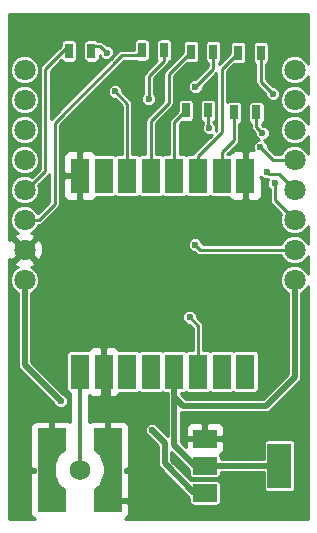
<source format=gtl>
G04 #@! TF.FileFunction,Copper,L1,Top,Signal*
%FSLAX46Y46*%
G04 Gerber Fmt 4.6, Leading zero omitted, Abs format (unit mm)*
G04 Created by KiCad (PCBNEW 4.0.6) date Tuesday, October 17, 2017 'PMt' 10:40:20 PM*
%MOMM*%
%LPD*%
G01*
G04 APERTURE LIST*
%ADD10C,0.100000*%
%ADD11C,1.800000*%
%ADD12R,2.350000X1.910000*%
%ADD13R,1.510000X7.110000*%
%ADD14C,1.730000*%
%ADD15R,0.700000X1.300000*%
%ADD16R,1.600000X3.000000*%
%ADD17R,2.000000X3.800000*%
%ADD18R,2.000000X1.500000*%
%ADD19C,0.600000*%
%ADD20C,0.349579*%
%ADD21C,0.250000*%
%ADD22C,0.500000*%
%ADD23C,0.254000*%
G04 APERTURE END LIST*
D10*
D11*
X151927694Y-116227500D03*
X151927694Y-118767500D03*
X151927694Y-121307500D03*
X151927694Y-123847500D03*
X151927694Y-126387500D03*
X151927694Y-128927500D03*
X151927694Y-131467500D03*
X151927694Y-134007500D03*
X174787694Y-134007500D03*
X174787694Y-131467500D03*
X174787694Y-128927500D03*
X174787694Y-126387500D03*
X174787694Y-123847500D03*
X174787694Y-121307500D03*
X174787694Y-118767500D03*
X174787694Y-116227500D03*
D10*
G36*
X153399134Y-150195317D02*
X154338826Y-149853297D01*
X155022866Y-151732683D01*
X154083174Y-152074703D01*
X153399134Y-150195317D01*
X153399134Y-150195317D01*
G37*
G36*
X154083174Y-148153297D02*
X155022866Y-148495317D01*
X154338826Y-150374703D01*
X153399134Y-150032683D01*
X154083174Y-148153297D01*
X154083174Y-148153297D01*
G37*
G36*
X158843174Y-149853297D02*
X159782866Y-150195317D01*
X159098826Y-152074703D01*
X158159134Y-151732683D01*
X158843174Y-149853297D01*
X158843174Y-149853297D01*
G37*
G36*
X158159134Y-148495317D02*
X159098826Y-148153297D01*
X159782866Y-150032683D01*
X158843174Y-150374703D01*
X158159134Y-148495317D01*
X158159134Y-148495317D01*
G37*
G36*
X154298281Y-151499117D02*
X154619675Y-151116095D01*
X155385719Y-151758883D01*
X155064325Y-152141905D01*
X154298281Y-151499117D01*
X154298281Y-151499117D01*
G37*
G36*
X155064325Y-148086095D02*
X155385719Y-148469117D01*
X154619675Y-149111905D01*
X154298281Y-148728883D01*
X155064325Y-148086095D01*
X155064325Y-148086095D01*
G37*
G36*
X158562325Y-151116095D02*
X158883719Y-151499117D01*
X158117675Y-152141905D01*
X157796281Y-151758883D01*
X158562325Y-151116095D01*
X158562325Y-151116095D01*
G37*
G36*
X157796281Y-148469117D02*
X158117675Y-148086095D01*
X158883719Y-148728883D01*
X158562325Y-149111905D01*
X157796281Y-148469117D01*
X157796281Y-148469117D01*
G37*
D12*
X154211000Y-152714000D03*
D13*
X153791000Y-150114000D03*
D12*
X154211000Y-147514000D03*
X158971000Y-152714000D03*
D14*
X156591000Y-150114000D03*
D13*
X159391000Y-150114000D03*
D12*
X158971000Y-147514000D03*
D15*
X161838600Y-114554000D03*
X163738600Y-114554000D03*
X155681600Y-114630200D03*
X157581600Y-114630200D03*
X167904200Y-114681000D03*
X166004200Y-114681000D03*
X167459700Y-119659400D03*
X165559700Y-119659400D03*
X171549100Y-119837200D03*
X169649100Y-119837200D03*
X171904700Y-114769900D03*
X170004700Y-114769900D03*
D16*
X170601400Y-141789700D03*
X170601400Y-125189700D03*
X168601400Y-141789700D03*
X168601400Y-125189700D03*
X166601400Y-141789700D03*
X166601400Y-125189700D03*
X164601400Y-141789700D03*
X164601400Y-125189700D03*
X162601400Y-141789700D03*
X162601400Y-125189700D03*
X160601400Y-141789700D03*
X160601400Y-125189700D03*
X158601400Y-141789700D03*
X158601400Y-125189700D03*
X156601400Y-141789700D03*
X156601400Y-125189700D03*
D17*
X173482400Y-149745700D03*
D18*
X167182400Y-149745700D03*
X167182400Y-152045700D03*
X167182400Y-147445700D03*
D19*
X162420300Y-118681500D03*
X165887400Y-137172700D03*
X158864300Y-114769900D03*
X159575500Y-118059200D03*
X166357300Y-131038600D03*
X166382700Y-117652800D03*
X171881800Y-122770900D03*
X167525700Y-121145300D03*
X172402500Y-124853700D03*
X172059600Y-121577100D03*
X173088300Y-125844300D03*
X172935900Y-118262400D03*
X161404300Y-152908000D03*
X152628600Y-145046700D03*
X170586400Y-127393700D03*
X156552900Y-127965200D03*
X167576500Y-145707100D03*
X162699700Y-146735800D03*
X154978100Y-144259300D03*
D20*
X156591000Y-150114000D02*
X156591000Y-141800100D01*
D21*
X156591000Y-141800100D02*
X156601400Y-141789700D01*
X161399200Y-114993400D02*
X160180000Y-114993400D01*
X154457400Y-127571500D02*
X154457400Y-120716000D01*
X153101400Y-128927500D02*
X154457400Y-127571500D01*
X153101400Y-128927500D02*
X151927694Y-128927500D01*
X160180000Y-114993400D02*
X154457400Y-120716000D01*
X161399200Y-114993400D02*
X161838600Y-114554000D01*
X162420300Y-118681500D02*
X162420300Y-116776500D01*
X163738600Y-115458200D02*
X163738600Y-114554000D01*
X162420300Y-116776500D02*
X163738600Y-115458200D01*
X166601400Y-141789700D02*
X166601400Y-137886700D01*
X162420300Y-118681500D02*
X162481300Y-118620500D01*
X166601400Y-137886700D02*
X165887400Y-137172700D01*
X151927694Y-126387500D02*
X152060000Y-126387500D01*
X152060000Y-126387500D02*
X153670000Y-124777500D01*
X153670000Y-124777500D02*
X153670000Y-116169400D01*
X153670000Y-116169400D02*
X155602900Y-114236500D01*
X160601400Y-125189700D02*
X160601400Y-119085100D01*
X158330900Y-114236500D02*
X157502900Y-114236500D01*
X158864300Y-114769900D02*
X158330900Y-114236500D01*
X160601400Y-119085100D02*
X159575500Y-118059200D01*
X167904200Y-114681000D02*
X167904200Y-116131300D01*
X166786200Y-131467500D02*
X174787694Y-131467500D01*
X166357300Y-131038600D02*
X166786200Y-131467500D01*
X167904200Y-116131300D02*
X166382700Y-117652800D01*
X167904200Y-114681000D02*
X167904200Y-114607300D01*
X162601400Y-125189700D02*
X162601400Y-120545100D01*
X164109400Y-116575800D02*
X166004200Y-114681000D01*
X164109400Y-119037100D02*
X164109400Y-116575800D01*
X162601400Y-120545100D02*
X164109400Y-119037100D01*
X167459700Y-119659400D02*
X167459700Y-121079300D01*
X172958400Y-123847500D02*
X174787694Y-123847500D01*
X171881800Y-122770900D02*
X172958400Y-123847500D01*
X167459700Y-121079300D02*
X167525700Y-121145300D01*
X164601400Y-125189700D02*
X164601400Y-120617700D01*
X164601400Y-120617700D02*
X165559700Y-119659400D01*
X171549100Y-119837200D02*
X171549100Y-121066600D01*
X173444394Y-125044200D02*
X174787694Y-126387500D01*
X172593000Y-125044200D02*
X173444394Y-125044200D01*
X172402500Y-124853700D02*
X172593000Y-125044200D01*
X171549100Y-121066600D02*
X172059600Y-121577100D01*
X168601400Y-125189700D02*
X168601400Y-123206500D01*
X169649100Y-122158800D02*
X169649100Y-119837200D01*
X168601400Y-123206500D02*
X169649100Y-122158800D01*
X171904700Y-114769900D02*
X171904700Y-117231200D01*
X173126400Y-127266206D02*
X174787694Y-128927500D01*
X173126400Y-125882400D02*
X173126400Y-127266206D01*
X173088300Y-125844300D02*
X173126400Y-125882400D01*
X171904700Y-117231200D02*
X172935900Y-118262400D01*
X166601400Y-125189700D02*
X166601400Y-123530100D01*
X168617900Y-116156700D02*
X170004700Y-114769900D01*
X168617900Y-121513600D02*
X168617900Y-116156700D01*
X166601400Y-123530100D02*
X168617900Y-121513600D01*
D22*
X160840000Y-152908000D02*
X161404300Y-152908000D01*
X158971000Y-152714000D02*
X160646000Y-152714000D01*
X160646000Y-152714000D02*
X160840000Y-152908000D01*
X153543000Y-145046700D02*
X152628600Y-145046700D01*
X154211000Y-145714700D02*
X153543000Y-145046700D01*
X154211000Y-149264000D02*
X154211000Y-145714700D01*
X158971000Y-150964000D02*
X158971000Y-142159300D01*
D21*
X158971000Y-142159300D02*
X158601400Y-141789700D01*
X158971000Y-150964000D02*
X158971000Y-152714000D01*
X170586400Y-126954700D02*
X170586400Y-127393700D01*
X170601400Y-125189700D02*
X170601400Y-126939700D01*
X170601400Y-126939700D02*
X170586400Y-126954700D01*
X156552900Y-126988200D02*
X156552900Y-127965200D01*
X156601400Y-125189700D02*
X156601400Y-126939700D01*
X156601400Y-126939700D02*
X156552900Y-126988200D01*
X167182400Y-147445700D02*
X167182400Y-146101200D01*
X167182400Y-146101200D02*
X167576500Y-145707100D01*
X156601400Y-125189700D02*
X156601400Y-126426200D01*
D22*
X167182400Y-149745700D02*
X173482400Y-149745700D01*
D21*
X167182400Y-149745700D02*
X166331900Y-149745700D01*
D22*
X166331900Y-149745700D02*
X164601400Y-148015200D01*
X164601400Y-148015200D02*
X164601400Y-141789700D01*
D21*
X164601400Y-141789700D02*
X164601400Y-143951200D01*
D22*
X174787694Y-142242406D02*
X174787694Y-134007500D01*
X172364400Y-144665700D02*
X174787694Y-142242406D01*
X165315900Y-144665700D02*
X172364400Y-144665700D01*
X164601400Y-143951200D02*
X165315900Y-144665700D01*
X162699700Y-146735800D02*
X163779200Y-147815300D01*
X163779200Y-147815300D02*
X163779200Y-149555200D01*
X163779200Y-149555200D02*
X166269700Y-152045700D01*
X166269700Y-152045700D02*
X167182400Y-152045700D01*
X151927694Y-134007500D02*
X151927694Y-141208894D01*
X151927694Y-141208894D02*
X154978100Y-144259300D01*
D23*
G36*
X175895600Y-115695763D02*
X175828500Y-115533369D01*
X175483641Y-115187907D01*
X175032830Y-115000714D01*
X174544699Y-115000288D01*
X174093563Y-115186694D01*
X173748101Y-115531553D01*
X173560908Y-115982364D01*
X173560482Y-116470495D01*
X173746888Y-116921631D01*
X174091747Y-117267093D01*
X174542558Y-117454286D01*
X175030689Y-117454712D01*
X175481825Y-117268306D01*
X175827287Y-116923447D01*
X175895600Y-116758931D01*
X175895600Y-118235763D01*
X175828500Y-118073369D01*
X175483641Y-117727907D01*
X175032830Y-117540714D01*
X174544699Y-117540288D01*
X174093563Y-117726694D01*
X173748101Y-118071553D01*
X173560908Y-118522364D01*
X173560482Y-119010495D01*
X173746888Y-119461631D01*
X174091747Y-119807093D01*
X174542558Y-119994286D01*
X175030689Y-119994712D01*
X175481825Y-119808306D01*
X175827287Y-119463447D01*
X175895600Y-119298931D01*
X175895600Y-120775763D01*
X175828500Y-120613369D01*
X175483641Y-120267907D01*
X175032830Y-120080714D01*
X174544699Y-120080288D01*
X174093563Y-120266694D01*
X173748101Y-120611553D01*
X173560908Y-121062364D01*
X173560482Y-121550495D01*
X173746888Y-122001631D01*
X174091747Y-122347093D01*
X174542558Y-122534286D01*
X175030689Y-122534712D01*
X175481825Y-122348306D01*
X175827287Y-122003447D01*
X175895600Y-121838931D01*
X175895600Y-123315763D01*
X175828500Y-123153369D01*
X175483641Y-122807907D01*
X175032830Y-122620714D01*
X174544699Y-122620288D01*
X174093563Y-122806694D01*
X173748101Y-123151553D01*
X173646805Y-123395500D01*
X173145624Y-123395500D01*
X172508811Y-122758687D01*
X172508909Y-122646729D01*
X172413655Y-122416197D01*
X172237431Y-122239665D01*
X172151976Y-122204181D01*
X172183771Y-122204209D01*
X172414303Y-122108955D01*
X172590835Y-121932731D01*
X172686491Y-121702365D01*
X172686709Y-121452929D01*
X172591455Y-121222397D01*
X172415231Y-121045865D01*
X172184865Y-120950209D01*
X172071834Y-120950110D01*
X172001100Y-120879376D01*
X172001100Y-120801414D01*
X172020279Y-120797805D01*
X172131574Y-120726188D01*
X172206238Y-120616914D01*
X172232506Y-120487200D01*
X172232506Y-119187200D01*
X172209705Y-119066021D01*
X172138088Y-118954726D01*
X172028814Y-118880062D01*
X171899100Y-118853794D01*
X171199100Y-118853794D01*
X171077921Y-118876595D01*
X170966626Y-118948212D01*
X170891962Y-119057486D01*
X170865694Y-119187200D01*
X170865694Y-120487200D01*
X170888495Y-120608379D01*
X170960112Y-120719674D01*
X171069386Y-120794338D01*
X171097100Y-120799950D01*
X171097100Y-121066600D01*
X171131506Y-121239573D01*
X171229488Y-121386212D01*
X171432589Y-121589313D01*
X171432491Y-121701271D01*
X171527745Y-121931803D01*
X171703969Y-122108335D01*
X171789424Y-122143819D01*
X171757629Y-122143791D01*
X171527097Y-122239045D01*
X171350565Y-122415269D01*
X171254909Y-122645635D01*
X171254691Y-122895071D01*
X171320648Y-123054700D01*
X170887150Y-123054700D01*
X170728400Y-123213450D01*
X170728400Y-125062700D01*
X170748400Y-125062700D01*
X170748400Y-125316700D01*
X170728400Y-125316700D01*
X170728400Y-127165950D01*
X170887150Y-127324700D01*
X171527709Y-127324700D01*
X171761098Y-127228027D01*
X171939727Y-127049399D01*
X172036400Y-126816010D01*
X172036400Y-125475450D01*
X171877652Y-125316702D01*
X171978755Y-125316702D01*
X172046869Y-125384935D01*
X172277235Y-125480591D01*
X172515574Y-125480799D01*
X172556918Y-125489023D01*
X172461409Y-125719035D01*
X172461191Y-125968471D01*
X172556445Y-126199003D01*
X172674400Y-126317164D01*
X172674400Y-127266206D01*
X172708806Y-127439179D01*
X172806788Y-127585818D01*
X173661377Y-128440408D01*
X173560908Y-128682364D01*
X173560482Y-129170495D01*
X173746888Y-129621631D01*
X174091747Y-129967093D01*
X174542558Y-130154286D01*
X175030689Y-130154712D01*
X175481825Y-129968306D01*
X175827287Y-129623447D01*
X175895600Y-129458931D01*
X175895600Y-130935763D01*
X175828500Y-130773369D01*
X175483641Y-130427907D01*
X175032830Y-130240714D01*
X174544699Y-130240288D01*
X174093563Y-130426694D01*
X173748101Y-130771553D01*
X173646805Y-131015500D01*
X166984321Y-131015500D01*
X166984409Y-130914429D01*
X166889155Y-130683897D01*
X166712931Y-130507365D01*
X166482565Y-130411709D01*
X166233129Y-130411491D01*
X166002597Y-130506745D01*
X165826065Y-130682969D01*
X165730409Y-130913335D01*
X165730191Y-131162771D01*
X165825445Y-131393303D01*
X166001669Y-131569835D01*
X166232035Y-131665491D01*
X166345066Y-131665590D01*
X166466588Y-131787112D01*
X166613227Y-131885094D01*
X166786200Y-131919500D01*
X173646841Y-131919500D01*
X173746888Y-132161631D01*
X174091747Y-132507093D01*
X174542558Y-132694286D01*
X175030689Y-132694712D01*
X175481825Y-132508306D01*
X175827287Y-132163447D01*
X175895600Y-131998931D01*
X175895600Y-133475763D01*
X175828500Y-133313369D01*
X175483641Y-132967907D01*
X175032830Y-132780714D01*
X174544699Y-132780288D01*
X174093563Y-132966694D01*
X173748101Y-133311553D01*
X173560908Y-133762364D01*
X173560482Y-134250495D01*
X173746888Y-134701631D01*
X174091747Y-135047093D01*
X174210694Y-135096484D01*
X174210694Y-142003405D01*
X172125398Y-144088700D01*
X165554901Y-144088700D01*
X165178400Y-143712198D01*
X165178400Y-143623106D01*
X165401400Y-143623106D01*
X165522579Y-143600305D01*
X165601981Y-143549211D01*
X165671686Y-143596838D01*
X165801400Y-143623106D01*
X167401400Y-143623106D01*
X167522579Y-143600305D01*
X167601981Y-143549211D01*
X167671686Y-143596838D01*
X167801400Y-143623106D01*
X169401400Y-143623106D01*
X169522579Y-143600305D01*
X169601981Y-143549211D01*
X169671686Y-143596838D01*
X169801400Y-143623106D01*
X171401400Y-143623106D01*
X171522579Y-143600305D01*
X171633874Y-143528688D01*
X171708538Y-143419414D01*
X171734806Y-143289700D01*
X171734806Y-140289700D01*
X171712005Y-140168521D01*
X171640388Y-140057226D01*
X171531114Y-139982562D01*
X171401400Y-139956294D01*
X169801400Y-139956294D01*
X169680221Y-139979095D01*
X169600819Y-140030189D01*
X169531114Y-139982562D01*
X169401400Y-139956294D01*
X167801400Y-139956294D01*
X167680221Y-139979095D01*
X167600819Y-140030189D01*
X167531114Y-139982562D01*
X167401400Y-139956294D01*
X167053400Y-139956294D01*
X167053400Y-137886700D01*
X167018994Y-137713727D01*
X167018994Y-137713726D01*
X166921012Y-137567087D01*
X166514411Y-137160487D01*
X166514509Y-137048529D01*
X166419255Y-136817997D01*
X166243031Y-136641465D01*
X166012665Y-136545809D01*
X165763229Y-136545591D01*
X165532697Y-136640845D01*
X165356165Y-136817069D01*
X165260509Y-137047435D01*
X165260291Y-137296871D01*
X165355545Y-137527403D01*
X165531769Y-137703935D01*
X165762135Y-137799591D01*
X165875165Y-137799690D01*
X166149400Y-138073925D01*
X166149400Y-139956294D01*
X165801400Y-139956294D01*
X165680221Y-139979095D01*
X165600819Y-140030189D01*
X165531114Y-139982562D01*
X165401400Y-139956294D01*
X163801400Y-139956294D01*
X163680221Y-139979095D01*
X163600819Y-140030189D01*
X163531114Y-139982562D01*
X163401400Y-139956294D01*
X161801400Y-139956294D01*
X161680221Y-139979095D01*
X161600819Y-140030189D01*
X161531114Y-139982562D01*
X161401400Y-139956294D01*
X159950618Y-139956294D01*
X159939727Y-139930001D01*
X159761098Y-139751373D01*
X159527709Y-139654700D01*
X158887150Y-139654700D01*
X158728400Y-139813450D01*
X158728400Y-141662700D01*
X158748400Y-141662700D01*
X158748400Y-141916700D01*
X158728400Y-141916700D01*
X158728400Y-143765950D01*
X158887150Y-143924700D01*
X159527709Y-143924700D01*
X159761098Y-143828027D01*
X159939727Y-143649399D01*
X159950618Y-143623106D01*
X161401400Y-143623106D01*
X161522579Y-143600305D01*
X161601981Y-143549211D01*
X161671686Y-143596838D01*
X161801400Y-143623106D01*
X163401400Y-143623106D01*
X163522579Y-143600305D01*
X163601981Y-143549211D01*
X163671686Y-143596838D01*
X163801400Y-143623106D01*
X164024400Y-143623106D01*
X164024400Y-143951195D01*
X164024399Y-143951200D01*
X164024400Y-143951205D01*
X164024400Y-147244499D01*
X163281236Y-146501334D01*
X163231555Y-146381097D01*
X163055331Y-146204565D01*
X162824965Y-146108909D01*
X162575529Y-146108691D01*
X162344997Y-146203945D01*
X162168465Y-146380169D01*
X162072809Y-146610535D01*
X162072591Y-146859971D01*
X162167845Y-147090503D01*
X162344069Y-147267035D01*
X162465253Y-147317355D01*
X163202200Y-148054301D01*
X163202200Y-149555195D01*
X163202199Y-149555200D01*
X163246122Y-149776008D01*
X163371199Y-149963201D01*
X165848994Y-152440996D01*
X165848994Y-152795700D01*
X165871795Y-152916879D01*
X165943412Y-153028174D01*
X166052686Y-153102838D01*
X166182400Y-153129106D01*
X168182400Y-153129106D01*
X168303579Y-153106305D01*
X168414874Y-153034688D01*
X168489538Y-152925414D01*
X168515806Y-152795700D01*
X168515806Y-151295700D01*
X168493005Y-151174521D01*
X168421388Y-151063226D01*
X168312114Y-150988562D01*
X168182400Y-150962294D01*
X166182400Y-150962294D01*
X166061221Y-150985095D01*
X166039241Y-150999239D01*
X164356200Y-149316198D01*
X164356200Y-148586002D01*
X165848994Y-150078795D01*
X165848994Y-150495700D01*
X165871795Y-150616879D01*
X165943412Y-150728174D01*
X166052686Y-150802838D01*
X166182400Y-150829106D01*
X168182400Y-150829106D01*
X168303579Y-150806305D01*
X168414874Y-150734688D01*
X168489538Y-150625414D01*
X168515806Y-150495700D01*
X168515806Y-150322700D01*
X172148994Y-150322700D01*
X172148994Y-151645700D01*
X172171795Y-151766879D01*
X172243412Y-151878174D01*
X172352686Y-151952838D01*
X172482400Y-151979106D01*
X174482400Y-151979106D01*
X174603579Y-151956305D01*
X174714874Y-151884688D01*
X174789538Y-151775414D01*
X174815806Y-151645700D01*
X174815806Y-147845700D01*
X174793005Y-147724521D01*
X174721388Y-147613226D01*
X174612114Y-147538562D01*
X174482400Y-147512294D01*
X172482400Y-147512294D01*
X172361221Y-147535095D01*
X172249926Y-147606712D01*
X172175262Y-147715986D01*
X172148994Y-147845700D01*
X172148994Y-149168700D01*
X168515806Y-149168700D01*
X168515806Y-148995700D01*
X168493005Y-148874521D01*
X168431956Y-148779649D01*
X168542098Y-148734027D01*
X168720727Y-148555399D01*
X168817400Y-148322010D01*
X168817400Y-147731450D01*
X168658650Y-147572700D01*
X167309400Y-147572700D01*
X167309400Y-147592700D01*
X167055400Y-147592700D01*
X167055400Y-147572700D01*
X165706150Y-147572700D01*
X165547400Y-147731450D01*
X165547400Y-148145198D01*
X165178400Y-147776198D01*
X165178400Y-146569390D01*
X165547400Y-146569390D01*
X165547400Y-147159950D01*
X165706150Y-147318700D01*
X167055400Y-147318700D01*
X167055400Y-146219450D01*
X167309400Y-146219450D01*
X167309400Y-147318700D01*
X168658650Y-147318700D01*
X168817400Y-147159950D01*
X168817400Y-146569390D01*
X168720727Y-146336001D01*
X168542098Y-146157373D01*
X168308709Y-146060700D01*
X167468150Y-146060700D01*
X167309400Y-146219450D01*
X167055400Y-146219450D01*
X166896650Y-146060700D01*
X166056091Y-146060700D01*
X165822702Y-146157373D01*
X165644073Y-146336001D01*
X165547400Y-146569390D01*
X165178400Y-146569390D01*
X165178400Y-145215350D01*
X165315900Y-145242701D01*
X165315905Y-145242700D01*
X172364395Y-145242700D01*
X172364400Y-145242701D01*
X172585208Y-145198778D01*
X172772401Y-145073701D01*
X175195692Y-142650409D01*
X175195695Y-142650407D01*
X175320772Y-142463214D01*
X175364694Y-142242406D01*
X175364694Y-135096704D01*
X175481825Y-135048306D01*
X175827287Y-134703447D01*
X175895600Y-134538931D01*
X175895600Y-154242700D01*
X160420300Y-154242700D01*
X160505698Y-154207327D01*
X160684327Y-154028699D01*
X160781000Y-153795310D01*
X160781000Y-150399750D01*
X160622250Y-150241000D01*
X160420465Y-150241000D01*
X160414920Y-150114000D01*
X160420465Y-149987000D01*
X160622250Y-149987000D01*
X160781000Y-149828250D01*
X160781000Y-146432690D01*
X160684327Y-146199301D01*
X160505698Y-146020673D01*
X160272309Y-145924000D01*
X159256750Y-145924000D01*
X159181000Y-145999750D01*
X159105250Y-145924000D01*
X157669691Y-145924000D01*
X157436302Y-146020673D01*
X157410500Y-146046475D01*
X157410500Y-143796825D01*
X157441702Y-143828027D01*
X157675091Y-143924700D01*
X158315650Y-143924700D01*
X158474400Y-143765950D01*
X158474400Y-141916700D01*
X158454400Y-141916700D01*
X158454400Y-141662700D01*
X158474400Y-141662700D01*
X158474400Y-139813450D01*
X158315650Y-139654700D01*
X157675091Y-139654700D01*
X157441702Y-139751373D01*
X157263073Y-139930001D01*
X157252182Y-139956294D01*
X155801400Y-139956294D01*
X155680221Y-139979095D01*
X155568926Y-140050712D01*
X155494262Y-140159986D01*
X155467994Y-140289700D01*
X155467994Y-143289700D01*
X155490795Y-143410879D01*
X155562412Y-143522174D01*
X155671686Y-143596838D01*
X155771400Y-143617031D01*
X155771400Y-146046375D01*
X155745698Y-146020673D01*
X155512309Y-145924000D01*
X154076750Y-145924000D01*
X154001000Y-145999750D01*
X153925250Y-145924000D01*
X152909691Y-145924000D01*
X152676302Y-146020673D01*
X152497673Y-146199301D01*
X152401000Y-146432690D01*
X152401000Y-149828250D01*
X152559750Y-149987000D01*
X152761535Y-149987000D01*
X152767080Y-150114000D01*
X152761535Y-150241000D01*
X152559750Y-150241000D01*
X152401000Y-150399750D01*
X152401000Y-153795310D01*
X152497673Y-154028699D01*
X152676302Y-154207327D01*
X152761700Y-154242700D01*
X150604400Y-154242700D01*
X150604400Y-134250495D01*
X150700482Y-134250495D01*
X150886888Y-134701631D01*
X151231747Y-135047093D01*
X151350694Y-135096484D01*
X151350694Y-141208889D01*
X151350693Y-141208894D01*
X151394616Y-141429702D01*
X151519693Y-141616895D01*
X154396563Y-144493764D01*
X154446245Y-144614003D01*
X154622469Y-144790535D01*
X154852835Y-144886191D01*
X155102271Y-144886409D01*
X155332803Y-144791155D01*
X155509335Y-144614931D01*
X155604991Y-144384565D01*
X155605209Y-144135129D01*
X155509955Y-143904597D01*
X155333731Y-143728065D01*
X155212546Y-143677745D01*
X152504694Y-140969892D01*
X152504694Y-135096704D01*
X152621825Y-135048306D01*
X152967287Y-134703447D01*
X153154480Y-134252636D01*
X153154906Y-133764505D01*
X152968500Y-133313369D01*
X152623641Y-132967907D01*
X152485232Y-132910435D01*
X152741842Y-132804143D01*
X152828248Y-132547659D01*
X151927694Y-131647105D01*
X151027140Y-132547659D01*
X151113546Y-132804143D01*
X151385853Y-132903769D01*
X151233563Y-132966694D01*
X150888101Y-133311553D01*
X150700908Y-133762364D01*
X150700482Y-134250495D01*
X150604400Y-134250495D01*
X150604400Y-132286145D01*
X150847535Y-132368054D01*
X151748089Y-131467500D01*
X152107299Y-131467500D01*
X153007853Y-132368054D01*
X153264337Y-132281648D01*
X153474152Y-131708164D01*
X153448533Y-131098040D01*
X153264337Y-130653352D01*
X153007853Y-130566946D01*
X152107299Y-131467500D01*
X151748089Y-131467500D01*
X150847535Y-130566946D01*
X150604400Y-130648855D01*
X150604400Y-126630495D01*
X150700482Y-126630495D01*
X150886888Y-127081631D01*
X151231747Y-127427093D01*
X151682558Y-127614286D01*
X152170689Y-127614712D01*
X152621825Y-127428306D01*
X152967287Y-127083447D01*
X153154480Y-126632636D01*
X153154906Y-126144505D01*
X153092720Y-125994004D01*
X153989612Y-125097112D01*
X154005400Y-125073484D01*
X154005400Y-127384275D01*
X153023411Y-128366264D01*
X152968500Y-128233369D01*
X152623641Y-127887907D01*
X152172830Y-127700714D01*
X151684699Y-127700288D01*
X151233563Y-127886694D01*
X150888101Y-128231553D01*
X150700908Y-128682364D01*
X150700482Y-129170495D01*
X150886888Y-129621631D01*
X151231747Y-129967093D01*
X151370156Y-130024565D01*
X151113546Y-130130857D01*
X151027140Y-130387341D01*
X151927694Y-131287895D01*
X152828248Y-130387341D01*
X152741842Y-130130857D01*
X152469535Y-130031231D01*
X152621825Y-129968306D01*
X152967287Y-129623447D01*
X153068583Y-129379500D01*
X153101400Y-129379500D01*
X153274373Y-129345094D01*
X153421012Y-129247112D01*
X154777013Y-127891112D01*
X154874994Y-127744473D01*
X154909400Y-127571500D01*
X154909400Y-125475450D01*
X155166400Y-125475450D01*
X155166400Y-126816010D01*
X155263073Y-127049399D01*
X155441702Y-127228027D01*
X155675091Y-127324700D01*
X156315650Y-127324700D01*
X156474400Y-127165950D01*
X156474400Y-125316700D01*
X155325150Y-125316700D01*
X155166400Y-125475450D01*
X154909400Y-125475450D01*
X154909400Y-123563390D01*
X155166400Y-123563390D01*
X155166400Y-124903950D01*
X155325150Y-125062700D01*
X156474400Y-125062700D01*
X156474400Y-123213450D01*
X156728400Y-123213450D01*
X156728400Y-125062700D01*
X156748400Y-125062700D01*
X156748400Y-125316700D01*
X156728400Y-125316700D01*
X156728400Y-127165950D01*
X156887150Y-127324700D01*
X157527709Y-127324700D01*
X157761098Y-127228027D01*
X157939727Y-127049399D01*
X157950618Y-127023106D01*
X159401400Y-127023106D01*
X159522579Y-127000305D01*
X159601981Y-126949211D01*
X159671686Y-126996838D01*
X159801400Y-127023106D01*
X161401400Y-127023106D01*
X161522579Y-127000305D01*
X161601981Y-126949211D01*
X161671686Y-126996838D01*
X161801400Y-127023106D01*
X163401400Y-127023106D01*
X163522579Y-127000305D01*
X163601981Y-126949211D01*
X163671686Y-126996838D01*
X163801400Y-127023106D01*
X165401400Y-127023106D01*
X165522579Y-127000305D01*
X165601981Y-126949211D01*
X165671686Y-126996838D01*
X165801400Y-127023106D01*
X167401400Y-127023106D01*
X167522579Y-127000305D01*
X167601981Y-126949211D01*
X167671686Y-126996838D01*
X167801400Y-127023106D01*
X169252182Y-127023106D01*
X169263073Y-127049399D01*
X169441702Y-127228027D01*
X169675091Y-127324700D01*
X170315650Y-127324700D01*
X170474400Y-127165950D01*
X170474400Y-125316700D01*
X170454400Y-125316700D01*
X170454400Y-125062700D01*
X170474400Y-125062700D01*
X170474400Y-123213450D01*
X170315650Y-123054700D01*
X169675091Y-123054700D01*
X169441702Y-123151373D01*
X169263073Y-123330001D01*
X169252182Y-123356294D01*
X169090830Y-123356294D01*
X169968713Y-122478412D01*
X170066694Y-122331773D01*
X170101100Y-122158800D01*
X170101100Y-120801414D01*
X170120279Y-120797805D01*
X170231574Y-120726188D01*
X170306238Y-120616914D01*
X170332506Y-120487200D01*
X170332506Y-119187200D01*
X170309705Y-119066021D01*
X170238088Y-118954726D01*
X170128814Y-118880062D01*
X169999100Y-118853794D01*
X169299100Y-118853794D01*
X169177921Y-118876595D01*
X169069900Y-118946105D01*
X169069900Y-116343924D01*
X169660519Y-115753306D01*
X170354700Y-115753306D01*
X170475879Y-115730505D01*
X170587174Y-115658888D01*
X170661838Y-115549614D01*
X170688106Y-115419900D01*
X170688106Y-114119900D01*
X171221294Y-114119900D01*
X171221294Y-115419900D01*
X171244095Y-115541079D01*
X171315712Y-115652374D01*
X171424986Y-115727038D01*
X171452700Y-115732650D01*
X171452700Y-117231200D01*
X171487106Y-117404173D01*
X171585088Y-117550812D01*
X172308889Y-118274613D01*
X172308791Y-118386571D01*
X172404045Y-118617103D01*
X172580269Y-118793635D01*
X172810635Y-118889291D01*
X173060071Y-118889509D01*
X173290603Y-118794255D01*
X173467135Y-118618031D01*
X173562791Y-118387665D01*
X173563009Y-118138229D01*
X173467755Y-117907697D01*
X173291531Y-117731165D01*
X173061165Y-117635509D01*
X172948134Y-117635410D01*
X172356700Y-117043976D01*
X172356700Y-115734114D01*
X172375879Y-115730505D01*
X172487174Y-115658888D01*
X172561838Y-115549614D01*
X172588106Y-115419900D01*
X172588106Y-114119900D01*
X172565305Y-113998721D01*
X172493688Y-113887426D01*
X172384414Y-113812762D01*
X172254700Y-113786494D01*
X171554700Y-113786494D01*
X171433521Y-113809295D01*
X171322226Y-113880912D01*
X171247562Y-113990186D01*
X171221294Y-114119900D01*
X170688106Y-114119900D01*
X170665305Y-113998721D01*
X170593688Y-113887426D01*
X170484414Y-113812762D01*
X170354700Y-113786494D01*
X169654700Y-113786494D01*
X169533521Y-113809295D01*
X169422226Y-113880912D01*
X169347562Y-113990186D01*
X169321294Y-114119900D01*
X169321294Y-114814081D01*
X168356200Y-115779176D01*
X168356200Y-115645214D01*
X168375379Y-115641605D01*
X168486674Y-115569988D01*
X168561338Y-115460714D01*
X168587606Y-115331000D01*
X168587606Y-114031000D01*
X168564805Y-113909821D01*
X168493188Y-113798526D01*
X168383914Y-113723862D01*
X168254200Y-113697594D01*
X167554200Y-113697594D01*
X167433021Y-113720395D01*
X167321726Y-113792012D01*
X167247062Y-113901286D01*
X167220794Y-114031000D01*
X167220794Y-115331000D01*
X167243595Y-115452179D01*
X167315212Y-115563474D01*
X167424486Y-115638138D01*
X167452200Y-115643750D01*
X167452200Y-115944076D01*
X166370487Y-117025789D01*
X166258529Y-117025691D01*
X166027997Y-117120945D01*
X165851465Y-117297169D01*
X165755809Y-117527535D01*
X165755591Y-117776971D01*
X165850845Y-118007503D01*
X166027069Y-118184035D01*
X166257435Y-118279691D01*
X166506871Y-118279909D01*
X166737403Y-118184655D01*
X166913935Y-118008431D01*
X167009591Y-117778065D01*
X167009690Y-117665034D01*
X168165900Y-116508824D01*
X168165900Y-121326375D01*
X168103510Y-121388765D01*
X168152591Y-121270565D01*
X168152809Y-121021129D01*
X168057555Y-120790597D01*
X167911700Y-120644487D01*
X167911700Y-120623614D01*
X167930879Y-120620005D01*
X168042174Y-120548388D01*
X168116838Y-120439114D01*
X168143106Y-120309400D01*
X168143106Y-119009400D01*
X168120305Y-118888221D01*
X168048688Y-118776926D01*
X167939414Y-118702262D01*
X167809700Y-118675994D01*
X167109700Y-118675994D01*
X166988521Y-118698795D01*
X166877226Y-118770412D01*
X166802562Y-118879686D01*
X166776294Y-119009400D01*
X166776294Y-120309400D01*
X166799095Y-120430579D01*
X166870712Y-120541874D01*
X166979986Y-120616538D01*
X167007700Y-120622150D01*
X167007700Y-120776457D01*
X166994465Y-120789669D01*
X166898809Y-121020035D01*
X166898591Y-121269471D01*
X166993845Y-121500003D01*
X167170069Y-121676535D01*
X167400435Y-121772191D01*
X167649871Y-121772409D01*
X167769152Y-121723123D01*
X166281788Y-123210488D01*
X166184363Y-123356294D01*
X165801400Y-123356294D01*
X165680221Y-123379095D01*
X165600819Y-123430189D01*
X165531114Y-123382562D01*
X165401400Y-123356294D01*
X165053400Y-123356294D01*
X165053400Y-120804924D01*
X165215518Y-120642806D01*
X165909700Y-120642806D01*
X166030879Y-120620005D01*
X166142174Y-120548388D01*
X166216838Y-120439114D01*
X166243106Y-120309400D01*
X166243106Y-119009400D01*
X166220305Y-118888221D01*
X166148688Y-118776926D01*
X166039414Y-118702262D01*
X165909700Y-118675994D01*
X165209700Y-118675994D01*
X165088521Y-118698795D01*
X164977226Y-118770412D01*
X164902562Y-118879686D01*
X164876294Y-119009400D01*
X164876294Y-119703582D01*
X164281788Y-120298088D01*
X164183806Y-120444727D01*
X164149400Y-120617700D01*
X164149400Y-123356294D01*
X163801400Y-123356294D01*
X163680221Y-123379095D01*
X163600819Y-123430189D01*
X163531114Y-123382562D01*
X163401400Y-123356294D01*
X163053400Y-123356294D01*
X163053400Y-120732324D01*
X164429012Y-119356712D01*
X164526994Y-119210073D01*
X164561400Y-119037100D01*
X164561400Y-116763024D01*
X165660018Y-115664406D01*
X166354200Y-115664406D01*
X166475379Y-115641605D01*
X166586674Y-115569988D01*
X166661338Y-115460714D01*
X166687606Y-115331000D01*
X166687606Y-114031000D01*
X166664805Y-113909821D01*
X166593188Y-113798526D01*
X166483914Y-113723862D01*
X166354200Y-113697594D01*
X165654200Y-113697594D01*
X165533021Y-113720395D01*
X165421726Y-113792012D01*
X165347062Y-113901286D01*
X165320794Y-114031000D01*
X165320794Y-114725182D01*
X163789788Y-116256188D01*
X163691806Y-116402827D01*
X163657400Y-116575800D01*
X163657400Y-118849876D01*
X162281788Y-120225488D01*
X162183806Y-120372127D01*
X162149400Y-120545100D01*
X162149400Y-123356294D01*
X161801400Y-123356294D01*
X161680221Y-123379095D01*
X161600819Y-123430189D01*
X161531114Y-123382562D01*
X161401400Y-123356294D01*
X161053400Y-123356294D01*
X161053400Y-119085100D01*
X161018994Y-118912127D01*
X160947862Y-118805671D01*
X161793191Y-118805671D01*
X161888445Y-119036203D01*
X162064669Y-119212735D01*
X162295035Y-119308391D01*
X162544471Y-119308609D01*
X162775003Y-119213355D01*
X162951535Y-119037131D01*
X163047191Y-118806765D01*
X163047409Y-118557329D01*
X162952155Y-118326797D01*
X162872300Y-118246802D01*
X162872300Y-116963724D01*
X164058212Y-115777812D01*
X164156194Y-115631173D01*
X164178199Y-115520547D01*
X164209779Y-115514605D01*
X164321074Y-115442988D01*
X164395738Y-115333714D01*
X164422006Y-115204000D01*
X164422006Y-113904000D01*
X164399205Y-113782821D01*
X164327588Y-113671526D01*
X164218314Y-113596862D01*
X164088600Y-113570594D01*
X163388600Y-113570594D01*
X163267421Y-113593395D01*
X163156126Y-113665012D01*
X163081462Y-113774286D01*
X163055194Y-113904000D01*
X163055194Y-115204000D01*
X163077995Y-115325179D01*
X163138449Y-115419127D01*
X162100688Y-116456888D01*
X162002706Y-116603527D01*
X161968300Y-116776500D01*
X161968300Y-118246772D01*
X161889065Y-118325869D01*
X161793409Y-118556235D01*
X161793191Y-118805671D01*
X160947862Y-118805671D01*
X160921012Y-118765488D01*
X160202511Y-118046987D01*
X160202609Y-117935029D01*
X160107355Y-117704497D01*
X159931131Y-117527965D01*
X159700765Y-117432309D01*
X159451329Y-117432091D01*
X159220797Y-117527345D01*
X159044265Y-117703569D01*
X158948609Y-117933935D01*
X158948391Y-118183371D01*
X159043645Y-118413903D01*
X159219869Y-118590435D01*
X159450235Y-118686091D01*
X159563266Y-118686190D01*
X160149400Y-119272324D01*
X160149400Y-123356294D01*
X159801400Y-123356294D01*
X159680221Y-123379095D01*
X159600819Y-123430189D01*
X159531114Y-123382562D01*
X159401400Y-123356294D01*
X157950618Y-123356294D01*
X157939727Y-123330001D01*
X157761098Y-123151373D01*
X157527709Y-123054700D01*
X156887150Y-123054700D01*
X156728400Y-123213450D01*
X156474400Y-123213450D01*
X156315650Y-123054700D01*
X155675091Y-123054700D01*
X155441702Y-123151373D01*
X155263073Y-123330001D01*
X155166400Y-123563390D01*
X154909400Y-123563390D01*
X154909400Y-120903224D01*
X160367225Y-115445400D01*
X161262676Y-115445400D01*
X161358886Y-115511138D01*
X161488600Y-115537406D01*
X162188600Y-115537406D01*
X162309779Y-115514605D01*
X162421074Y-115442988D01*
X162495738Y-115333714D01*
X162522006Y-115204000D01*
X162522006Y-113904000D01*
X162499205Y-113782821D01*
X162427588Y-113671526D01*
X162318314Y-113596862D01*
X162188600Y-113570594D01*
X161488600Y-113570594D01*
X161367421Y-113593395D01*
X161256126Y-113665012D01*
X161181462Y-113774286D01*
X161155194Y-113904000D01*
X161155194Y-114541400D01*
X160180000Y-114541400D01*
X160007027Y-114575806D01*
X159860388Y-114673787D01*
X154137788Y-120396388D01*
X154122000Y-120420016D01*
X154122000Y-116356624D01*
X155043019Y-115435605D01*
X155092612Y-115512674D01*
X155201886Y-115587338D01*
X155331600Y-115613606D01*
X156031600Y-115613606D01*
X156152779Y-115590805D01*
X156264074Y-115519188D01*
X156338738Y-115409914D01*
X156365006Y-115280200D01*
X156365006Y-113980200D01*
X156898194Y-113980200D01*
X156898194Y-115280200D01*
X156920995Y-115401379D01*
X156992612Y-115512674D01*
X157101886Y-115587338D01*
X157231600Y-115613606D01*
X157931600Y-115613606D01*
X158052779Y-115590805D01*
X158164074Y-115519188D01*
X158238738Y-115409914D01*
X158265006Y-115280200D01*
X158265006Y-114961388D01*
X158332445Y-115124603D01*
X158508669Y-115301135D01*
X158739035Y-115396791D01*
X158988471Y-115397009D01*
X159219003Y-115301755D01*
X159395535Y-115125531D01*
X159491191Y-114895165D01*
X159491409Y-114645729D01*
X159396155Y-114415197D01*
X159219931Y-114238665D01*
X158989565Y-114143009D01*
X158876535Y-114142910D01*
X158650512Y-113916888D01*
X158503873Y-113818906D01*
X158330900Y-113784500D01*
X158194252Y-113784500D01*
X158170588Y-113747726D01*
X158061314Y-113673062D01*
X157931600Y-113646794D01*
X157231600Y-113646794D01*
X157110421Y-113669595D01*
X156999126Y-113741212D01*
X156924462Y-113850486D01*
X156898194Y-113980200D01*
X156365006Y-113980200D01*
X156342205Y-113859021D01*
X156270588Y-113747726D01*
X156161314Y-113673062D01*
X156031600Y-113646794D01*
X155331600Y-113646794D01*
X155210421Y-113669595D01*
X155099126Y-113741212D01*
X155024462Y-113850486D01*
X154998194Y-113980200D01*
X154998194Y-114201981D01*
X153350388Y-115849788D01*
X153252406Y-115996427D01*
X153218000Y-116169400D01*
X153218000Y-124590276D01*
X152508274Y-125300002D01*
X152172830Y-125160714D01*
X151684699Y-125160288D01*
X151233563Y-125346694D01*
X150888101Y-125691553D01*
X150700908Y-126142364D01*
X150700482Y-126630495D01*
X150604400Y-126630495D01*
X150604400Y-124090495D01*
X150700482Y-124090495D01*
X150886888Y-124541631D01*
X151231747Y-124887093D01*
X151682558Y-125074286D01*
X152170689Y-125074712D01*
X152621825Y-124888306D01*
X152967287Y-124543447D01*
X153154480Y-124092636D01*
X153154906Y-123604505D01*
X152968500Y-123153369D01*
X152623641Y-122807907D01*
X152172830Y-122620714D01*
X151684699Y-122620288D01*
X151233563Y-122806694D01*
X150888101Y-123151553D01*
X150700908Y-123602364D01*
X150700482Y-124090495D01*
X150604400Y-124090495D01*
X150604400Y-121550495D01*
X150700482Y-121550495D01*
X150886888Y-122001631D01*
X151231747Y-122347093D01*
X151682558Y-122534286D01*
X152170689Y-122534712D01*
X152621825Y-122348306D01*
X152967287Y-122003447D01*
X153154480Y-121552636D01*
X153154906Y-121064505D01*
X152968500Y-120613369D01*
X152623641Y-120267907D01*
X152172830Y-120080714D01*
X151684699Y-120080288D01*
X151233563Y-120266694D01*
X150888101Y-120611553D01*
X150700908Y-121062364D01*
X150700482Y-121550495D01*
X150604400Y-121550495D01*
X150604400Y-119010495D01*
X150700482Y-119010495D01*
X150886888Y-119461631D01*
X151231747Y-119807093D01*
X151682558Y-119994286D01*
X152170689Y-119994712D01*
X152621825Y-119808306D01*
X152967287Y-119463447D01*
X153154480Y-119012636D01*
X153154906Y-118524505D01*
X152968500Y-118073369D01*
X152623641Y-117727907D01*
X152172830Y-117540714D01*
X151684699Y-117540288D01*
X151233563Y-117726694D01*
X150888101Y-118071553D01*
X150700908Y-118522364D01*
X150700482Y-119010495D01*
X150604400Y-119010495D01*
X150604400Y-116470495D01*
X150700482Y-116470495D01*
X150886888Y-116921631D01*
X151231747Y-117267093D01*
X151682558Y-117454286D01*
X152170689Y-117454712D01*
X152621825Y-117268306D01*
X152967287Y-116923447D01*
X153154480Y-116472636D01*
X153154906Y-115984505D01*
X152968500Y-115533369D01*
X152623641Y-115187907D01*
X152172830Y-115000714D01*
X151684699Y-115000288D01*
X151233563Y-115186694D01*
X150888101Y-115531553D01*
X150700908Y-115982364D01*
X150700482Y-116470495D01*
X150604400Y-116470495D01*
X150604400Y-111479400D01*
X175895600Y-111479400D01*
X175895600Y-115695763D01*
X175895600Y-115695763D01*
G37*
X175895600Y-115695763D02*
X175828500Y-115533369D01*
X175483641Y-115187907D01*
X175032830Y-115000714D01*
X174544699Y-115000288D01*
X174093563Y-115186694D01*
X173748101Y-115531553D01*
X173560908Y-115982364D01*
X173560482Y-116470495D01*
X173746888Y-116921631D01*
X174091747Y-117267093D01*
X174542558Y-117454286D01*
X175030689Y-117454712D01*
X175481825Y-117268306D01*
X175827287Y-116923447D01*
X175895600Y-116758931D01*
X175895600Y-118235763D01*
X175828500Y-118073369D01*
X175483641Y-117727907D01*
X175032830Y-117540714D01*
X174544699Y-117540288D01*
X174093563Y-117726694D01*
X173748101Y-118071553D01*
X173560908Y-118522364D01*
X173560482Y-119010495D01*
X173746888Y-119461631D01*
X174091747Y-119807093D01*
X174542558Y-119994286D01*
X175030689Y-119994712D01*
X175481825Y-119808306D01*
X175827287Y-119463447D01*
X175895600Y-119298931D01*
X175895600Y-120775763D01*
X175828500Y-120613369D01*
X175483641Y-120267907D01*
X175032830Y-120080714D01*
X174544699Y-120080288D01*
X174093563Y-120266694D01*
X173748101Y-120611553D01*
X173560908Y-121062364D01*
X173560482Y-121550495D01*
X173746888Y-122001631D01*
X174091747Y-122347093D01*
X174542558Y-122534286D01*
X175030689Y-122534712D01*
X175481825Y-122348306D01*
X175827287Y-122003447D01*
X175895600Y-121838931D01*
X175895600Y-123315763D01*
X175828500Y-123153369D01*
X175483641Y-122807907D01*
X175032830Y-122620714D01*
X174544699Y-122620288D01*
X174093563Y-122806694D01*
X173748101Y-123151553D01*
X173646805Y-123395500D01*
X173145624Y-123395500D01*
X172508811Y-122758687D01*
X172508909Y-122646729D01*
X172413655Y-122416197D01*
X172237431Y-122239665D01*
X172151976Y-122204181D01*
X172183771Y-122204209D01*
X172414303Y-122108955D01*
X172590835Y-121932731D01*
X172686491Y-121702365D01*
X172686709Y-121452929D01*
X172591455Y-121222397D01*
X172415231Y-121045865D01*
X172184865Y-120950209D01*
X172071834Y-120950110D01*
X172001100Y-120879376D01*
X172001100Y-120801414D01*
X172020279Y-120797805D01*
X172131574Y-120726188D01*
X172206238Y-120616914D01*
X172232506Y-120487200D01*
X172232506Y-119187200D01*
X172209705Y-119066021D01*
X172138088Y-118954726D01*
X172028814Y-118880062D01*
X171899100Y-118853794D01*
X171199100Y-118853794D01*
X171077921Y-118876595D01*
X170966626Y-118948212D01*
X170891962Y-119057486D01*
X170865694Y-119187200D01*
X170865694Y-120487200D01*
X170888495Y-120608379D01*
X170960112Y-120719674D01*
X171069386Y-120794338D01*
X171097100Y-120799950D01*
X171097100Y-121066600D01*
X171131506Y-121239573D01*
X171229488Y-121386212D01*
X171432589Y-121589313D01*
X171432491Y-121701271D01*
X171527745Y-121931803D01*
X171703969Y-122108335D01*
X171789424Y-122143819D01*
X171757629Y-122143791D01*
X171527097Y-122239045D01*
X171350565Y-122415269D01*
X171254909Y-122645635D01*
X171254691Y-122895071D01*
X171320648Y-123054700D01*
X170887150Y-123054700D01*
X170728400Y-123213450D01*
X170728400Y-125062700D01*
X170748400Y-125062700D01*
X170748400Y-125316700D01*
X170728400Y-125316700D01*
X170728400Y-127165950D01*
X170887150Y-127324700D01*
X171527709Y-127324700D01*
X171761098Y-127228027D01*
X171939727Y-127049399D01*
X172036400Y-126816010D01*
X172036400Y-125475450D01*
X171877652Y-125316702D01*
X171978755Y-125316702D01*
X172046869Y-125384935D01*
X172277235Y-125480591D01*
X172515574Y-125480799D01*
X172556918Y-125489023D01*
X172461409Y-125719035D01*
X172461191Y-125968471D01*
X172556445Y-126199003D01*
X172674400Y-126317164D01*
X172674400Y-127266206D01*
X172708806Y-127439179D01*
X172806788Y-127585818D01*
X173661377Y-128440408D01*
X173560908Y-128682364D01*
X173560482Y-129170495D01*
X173746888Y-129621631D01*
X174091747Y-129967093D01*
X174542558Y-130154286D01*
X175030689Y-130154712D01*
X175481825Y-129968306D01*
X175827287Y-129623447D01*
X175895600Y-129458931D01*
X175895600Y-130935763D01*
X175828500Y-130773369D01*
X175483641Y-130427907D01*
X175032830Y-130240714D01*
X174544699Y-130240288D01*
X174093563Y-130426694D01*
X173748101Y-130771553D01*
X173646805Y-131015500D01*
X166984321Y-131015500D01*
X166984409Y-130914429D01*
X166889155Y-130683897D01*
X166712931Y-130507365D01*
X166482565Y-130411709D01*
X166233129Y-130411491D01*
X166002597Y-130506745D01*
X165826065Y-130682969D01*
X165730409Y-130913335D01*
X165730191Y-131162771D01*
X165825445Y-131393303D01*
X166001669Y-131569835D01*
X166232035Y-131665491D01*
X166345066Y-131665590D01*
X166466588Y-131787112D01*
X166613227Y-131885094D01*
X166786200Y-131919500D01*
X173646841Y-131919500D01*
X173746888Y-132161631D01*
X174091747Y-132507093D01*
X174542558Y-132694286D01*
X175030689Y-132694712D01*
X175481825Y-132508306D01*
X175827287Y-132163447D01*
X175895600Y-131998931D01*
X175895600Y-133475763D01*
X175828500Y-133313369D01*
X175483641Y-132967907D01*
X175032830Y-132780714D01*
X174544699Y-132780288D01*
X174093563Y-132966694D01*
X173748101Y-133311553D01*
X173560908Y-133762364D01*
X173560482Y-134250495D01*
X173746888Y-134701631D01*
X174091747Y-135047093D01*
X174210694Y-135096484D01*
X174210694Y-142003405D01*
X172125398Y-144088700D01*
X165554901Y-144088700D01*
X165178400Y-143712198D01*
X165178400Y-143623106D01*
X165401400Y-143623106D01*
X165522579Y-143600305D01*
X165601981Y-143549211D01*
X165671686Y-143596838D01*
X165801400Y-143623106D01*
X167401400Y-143623106D01*
X167522579Y-143600305D01*
X167601981Y-143549211D01*
X167671686Y-143596838D01*
X167801400Y-143623106D01*
X169401400Y-143623106D01*
X169522579Y-143600305D01*
X169601981Y-143549211D01*
X169671686Y-143596838D01*
X169801400Y-143623106D01*
X171401400Y-143623106D01*
X171522579Y-143600305D01*
X171633874Y-143528688D01*
X171708538Y-143419414D01*
X171734806Y-143289700D01*
X171734806Y-140289700D01*
X171712005Y-140168521D01*
X171640388Y-140057226D01*
X171531114Y-139982562D01*
X171401400Y-139956294D01*
X169801400Y-139956294D01*
X169680221Y-139979095D01*
X169600819Y-140030189D01*
X169531114Y-139982562D01*
X169401400Y-139956294D01*
X167801400Y-139956294D01*
X167680221Y-139979095D01*
X167600819Y-140030189D01*
X167531114Y-139982562D01*
X167401400Y-139956294D01*
X167053400Y-139956294D01*
X167053400Y-137886700D01*
X167018994Y-137713727D01*
X167018994Y-137713726D01*
X166921012Y-137567087D01*
X166514411Y-137160487D01*
X166514509Y-137048529D01*
X166419255Y-136817997D01*
X166243031Y-136641465D01*
X166012665Y-136545809D01*
X165763229Y-136545591D01*
X165532697Y-136640845D01*
X165356165Y-136817069D01*
X165260509Y-137047435D01*
X165260291Y-137296871D01*
X165355545Y-137527403D01*
X165531769Y-137703935D01*
X165762135Y-137799591D01*
X165875165Y-137799690D01*
X166149400Y-138073925D01*
X166149400Y-139956294D01*
X165801400Y-139956294D01*
X165680221Y-139979095D01*
X165600819Y-140030189D01*
X165531114Y-139982562D01*
X165401400Y-139956294D01*
X163801400Y-139956294D01*
X163680221Y-139979095D01*
X163600819Y-140030189D01*
X163531114Y-139982562D01*
X163401400Y-139956294D01*
X161801400Y-139956294D01*
X161680221Y-139979095D01*
X161600819Y-140030189D01*
X161531114Y-139982562D01*
X161401400Y-139956294D01*
X159950618Y-139956294D01*
X159939727Y-139930001D01*
X159761098Y-139751373D01*
X159527709Y-139654700D01*
X158887150Y-139654700D01*
X158728400Y-139813450D01*
X158728400Y-141662700D01*
X158748400Y-141662700D01*
X158748400Y-141916700D01*
X158728400Y-141916700D01*
X158728400Y-143765950D01*
X158887150Y-143924700D01*
X159527709Y-143924700D01*
X159761098Y-143828027D01*
X159939727Y-143649399D01*
X159950618Y-143623106D01*
X161401400Y-143623106D01*
X161522579Y-143600305D01*
X161601981Y-143549211D01*
X161671686Y-143596838D01*
X161801400Y-143623106D01*
X163401400Y-143623106D01*
X163522579Y-143600305D01*
X163601981Y-143549211D01*
X163671686Y-143596838D01*
X163801400Y-143623106D01*
X164024400Y-143623106D01*
X164024400Y-143951195D01*
X164024399Y-143951200D01*
X164024400Y-143951205D01*
X164024400Y-147244499D01*
X163281236Y-146501334D01*
X163231555Y-146381097D01*
X163055331Y-146204565D01*
X162824965Y-146108909D01*
X162575529Y-146108691D01*
X162344997Y-146203945D01*
X162168465Y-146380169D01*
X162072809Y-146610535D01*
X162072591Y-146859971D01*
X162167845Y-147090503D01*
X162344069Y-147267035D01*
X162465253Y-147317355D01*
X163202200Y-148054301D01*
X163202200Y-149555195D01*
X163202199Y-149555200D01*
X163246122Y-149776008D01*
X163371199Y-149963201D01*
X165848994Y-152440996D01*
X165848994Y-152795700D01*
X165871795Y-152916879D01*
X165943412Y-153028174D01*
X166052686Y-153102838D01*
X166182400Y-153129106D01*
X168182400Y-153129106D01*
X168303579Y-153106305D01*
X168414874Y-153034688D01*
X168489538Y-152925414D01*
X168515806Y-152795700D01*
X168515806Y-151295700D01*
X168493005Y-151174521D01*
X168421388Y-151063226D01*
X168312114Y-150988562D01*
X168182400Y-150962294D01*
X166182400Y-150962294D01*
X166061221Y-150985095D01*
X166039241Y-150999239D01*
X164356200Y-149316198D01*
X164356200Y-148586002D01*
X165848994Y-150078795D01*
X165848994Y-150495700D01*
X165871795Y-150616879D01*
X165943412Y-150728174D01*
X166052686Y-150802838D01*
X166182400Y-150829106D01*
X168182400Y-150829106D01*
X168303579Y-150806305D01*
X168414874Y-150734688D01*
X168489538Y-150625414D01*
X168515806Y-150495700D01*
X168515806Y-150322700D01*
X172148994Y-150322700D01*
X172148994Y-151645700D01*
X172171795Y-151766879D01*
X172243412Y-151878174D01*
X172352686Y-151952838D01*
X172482400Y-151979106D01*
X174482400Y-151979106D01*
X174603579Y-151956305D01*
X174714874Y-151884688D01*
X174789538Y-151775414D01*
X174815806Y-151645700D01*
X174815806Y-147845700D01*
X174793005Y-147724521D01*
X174721388Y-147613226D01*
X174612114Y-147538562D01*
X174482400Y-147512294D01*
X172482400Y-147512294D01*
X172361221Y-147535095D01*
X172249926Y-147606712D01*
X172175262Y-147715986D01*
X172148994Y-147845700D01*
X172148994Y-149168700D01*
X168515806Y-149168700D01*
X168515806Y-148995700D01*
X168493005Y-148874521D01*
X168431956Y-148779649D01*
X168542098Y-148734027D01*
X168720727Y-148555399D01*
X168817400Y-148322010D01*
X168817400Y-147731450D01*
X168658650Y-147572700D01*
X167309400Y-147572700D01*
X167309400Y-147592700D01*
X167055400Y-147592700D01*
X167055400Y-147572700D01*
X165706150Y-147572700D01*
X165547400Y-147731450D01*
X165547400Y-148145198D01*
X165178400Y-147776198D01*
X165178400Y-146569390D01*
X165547400Y-146569390D01*
X165547400Y-147159950D01*
X165706150Y-147318700D01*
X167055400Y-147318700D01*
X167055400Y-146219450D01*
X167309400Y-146219450D01*
X167309400Y-147318700D01*
X168658650Y-147318700D01*
X168817400Y-147159950D01*
X168817400Y-146569390D01*
X168720727Y-146336001D01*
X168542098Y-146157373D01*
X168308709Y-146060700D01*
X167468150Y-146060700D01*
X167309400Y-146219450D01*
X167055400Y-146219450D01*
X166896650Y-146060700D01*
X166056091Y-146060700D01*
X165822702Y-146157373D01*
X165644073Y-146336001D01*
X165547400Y-146569390D01*
X165178400Y-146569390D01*
X165178400Y-145215350D01*
X165315900Y-145242701D01*
X165315905Y-145242700D01*
X172364395Y-145242700D01*
X172364400Y-145242701D01*
X172585208Y-145198778D01*
X172772401Y-145073701D01*
X175195692Y-142650409D01*
X175195695Y-142650407D01*
X175320772Y-142463214D01*
X175364694Y-142242406D01*
X175364694Y-135096704D01*
X175481825Y-135048306D01*
X175827287Y-134703447D01*
X175895600Y-134538931D01*
X175895600Y-154242700D01*
X160420300Y-154242700D01*
X160505698Y-154207327D01*
X160684327Y-154028699D01*
X160781000Y-153795310D01*
X160781000Y-150399750D01*
X160622250Y-150241000D01*
X160420465Y-150241000D01*
X160414920Y-150114000D01*
X160420465Y-149987000D01*
X160622250Y-149987000D01*
X160781000Y-149828250D01*
X160781000Y-146432690D01*
X160684327Y-146199301D01*
X160505698Y-146020673D01*
X160272309Y-145924000D01*
X159256750Y-145924000D01*
X159181000Y-145999750D01*
X159105250Y-145924000D01*
X157669691Y-145924000D01*
X157436302Y-146020673D01*
X157410500Y-146046475D01*
X157410500Y-143796825D01*
X157441702Y-143828027D01*
X157675091Y-143924700D01*
X158315650Y-143924700D01*
X158474400Y-143765950D01*
X158474400Y-141916700D01*
X158454400Y-141916700D01*
X158454400Y-141662700D01*
X158474400Y-141662700D01*
X158474400Y-139813450D01*
X158315650Y-139654700D01*
X157675091Y-139654700D01*
X157441702Y-139751373D01*
X157263073Y-139930001D01*
X157252182Y-139956294D01*
X155801400Y-139956294D01*
X155680221Y-139979095D01*
X155568926Y-140050712D01*
X155494262Y-140159986D01*
X155467994Y-140289700D01*
X155467994Y-143289700D01*
X155490795Y-143410879D01*
X155562412Y-143522174D01*
X155671686Y-143596838D01*
X155771400Y-143617031D01*
X155771400Y-146046375D01*
X155745698Y-146020673D01*
X155512309Y-145924000D01*
X154076750Y-145924000D01*
X154001000Y-145999750D01*
X153925250Y-145924000D01*
X152909691Y-145924000D01*
X152676302Y-146020673D01*
X152497673Y-146199301D01*
X152401000Y-146432690D01*
X152401000Y-149828250D01*
X152559750Y-149987000D01*
X152761535Y-149987000D01*
X152767080Y-150114000D01*
X152761535Y-150241000D01*
X152559750Y-150241000D01*
X152401000Y-150399750D01*
X152401000Y-153795310D01*
X152497673Y-154028699D01*
X152676302Y-154207327D01*
X152761700Y-154242700D01*
X150604400Y-154242700D01*
X150604400Y-134250495D01*
X150700482Y-134250495D01*
X150886888Y-134701631D01*
X151231747Y-135047093D01*
X151350694Y-135096484D01*
X151350694Y-141208889D01*
X151350693Y-141208894D01*
X151394616Y-141429702D01*
X151519693Y-141616895D01*
X154396563Y-144493764D01*
X154446245Y-144614003D01*
X154622469Y-144790535D01*
X154852835Y-144886191D01*
X155102271Y-144886409D01*
X155332803Y-144791155D01*
X155509335Y-144614931D01*
X155604991Y-144384565D01*
X155605209Y-144135129D01*
X155509955Y-143904597D01*
X155333731Y-143728065D01*
X155212546Y-143677745D01*
X152504694Y-140969892D01*
X152504694Y-135096704D01*
X152621825Y-135048306D01*
X152967287Y-134703447D01*
X153154480Y-134252636D01*
X153154906Y-133764505D01*
X152968500Y-133313369D01*
X152623641Y-132967907D01*
X152485232Y-132910435D01*
X152741842Y-132804143D01*
X152828248Y-132547659D01*
X151927694Y-131647105D01*
X151027140Y-132547659D01*
X151113546Y-132804143D01*
X151385853Y-132903769D01*
X151233563Y-132966694D01*
X150888101Y-133311553D01*
X150700908Y-133762364D01*
X150700482Y-134250495D01*
X150604400Y-134250495D01*
X150604400Y-132286145D01*
X150847535Y-132368054D01*
X151748089Y-131467500D01*
X152107299Y-131467500D01*
X153007853Y-132368054D01*
X153264337Y-132281648D01*
X153474152Y-131708164D01*
X153448533Y-131098040D01*
X153264337Y-130653352D01*
X153007853Y-130566946D01*
X152107299Y-131467500D01*
X151748089Y-131467500D01*
X150847535Y-130566946D01*
X150604400Y-130648855D01*
X150604400Y-126630495D01*
X150700482Y-126630495D01*
X150886888Y-127081631D01*
X151231747Y-127427093D01*
X151682558Y-127614286D01*
X152170689Y-127614712D01*
X152621825Y-127428306D01*
X152967287Y-127083447D01*
X153154480Y-126632636D01*
X153154906Y-126144505D01*
X153092720Y-125994004D01*
X153989612Y-125097112D01*
X154005400Y-125073484D01*
X154005400Y-127384275D01*
X153023411Y-128366264D01*
X152968500Y-128233369D01*
X152623641Y-127887907D01*
X152172830Y-127700714D01*
X151684699Y-127700288D01*
X151233563Y-127886694D01*
X150888101Y-128231553D01*
X150700908Y-128682364D01*
X150700482Y-129170495D01*
X150886888Y-129621631D01*
X151231747Y-129967093D01*
X151370156Y-130024565D01*
X151113546Y-130130857D01*
X151027140Y-130387341D01*
X151927694Y-131287895D01*
X152828248Y-130387341D01*
X152741842Y-130130857D01*
X152469535Y-130031231D01*
X152621825Y-129968306D01*
X152967287Y-129623447D01*
X153068583Y-129379500D01*
X153101400Y-129379500D01*
X153274373Y-129345094D01*
X153421012Y-129247112D01*
X154777013Y-127891112D01*
X154874994Y-127744473D01*
X154909400Y-127571500D01*
X154909400Y-125475450D01*
X155166400Y-125475450D01*
X155166400Y-126816010D01*
X155263073Y-127049399D01*
X155441702Y-127228027D01*
X155675091Y-127324700D01*
X156315650Y-127324700D01*
X156474400Y-127165950D01*
X156474400Y-125316700D01*
X155325150Y-125316700D01*
X155166400Y-125475450D01*
X154909400Y-125475450D01*
X154909400Y-123563390D01*
X155166400Y-123563390D01*
X155166400Y-124903950D01*
X155325150Y-125062700D01*
X156474400Y-125062700D01*
X156474400Y-123213450D01*
X156728400Y-123213450D01*
X156728400Y-125062700D01*
X156748400Y-125062700D01*
X156748400Y-125316700D01*
X156728400Y-125316700D01*
X156728400Y-127165950D01*
X156887150Y-127324700D01*
X157527709Y-127324700D01*
X157761098Y-127228027D01*
X157939727Y-127049399D01*
X157950618Y-127023106D01*
X159401400Y-127023106D01*
X159522579Y-127000305D01*
X159601981Y-126949211D01*
X159671686Y-126996838D01*
X159801400Y-127023106D01*
X161401400Y-127023106D01*
X161522579Y-127000305D01*
X161601981Y-126949211D01*
X161671686Y-126996838D01*
X161801400Y-127023106D01*
X163401400Y-127023106D01*
X163522579Y-127000305D01*
X163601981Y-126949211D01*
X163671686Y-126996838D01*
X163801400Y-127023106D01*
X165401400Y-127023106D01*
X165522579Y-127000305D01*
X165601981Y-126949211D01*
X165671686Y-126996838D01*
X165801400Y-127023106D01*
X167401400Y-127023106D01*
X167522579Y-127000305D01*
X167601981Y-126949211D01*
X167671686Y-126996838D01*
X167801400Y-127023106D01*
X169252182Y-127023106D01*
X169263073Y-127049399D01*
X169441702Y-127228027D01*
X169675091Y-127324700D01*
X170315650Y-127324700D01*
X170474400Y-127165950D01*
X170474400Y-125316700D01*
X170454400Y-125316700D01*
X170454400Y-125062700D01*
X170474400Y-125062700D01*
X170474400Y-123213450D01*
X170315650Y-123054700D01*
X169675091Y-123054700D01*
X169441702Y-123151373D01*
X169263073Y-123330001D01*
X169252182Y-123356294D01*
X169090830Y-123356294D01*
X169968713Y-122478412D01*
X170066694Y-122331773D01*
X170101100Y-122158800D01*
X170101100Y-120801414D01*
X170120279Y-120797805D01*
X170231574Y-120726188D01*
X170306238Y-120616914D01*
X170332506Y-120487200D01*
X170332506Y-119187200D01*
X170309705Y-119066021D01*
X170238088Y-118954726D01*
X170128814Y-118880062D01*
X169999100Y-118853794D01*
X169299100Y-118853794D01*
X169177921Y-118876595D01*
X169069900Y-118946105D01*
X169069900Y-116343924D01*
X169660519Y-115753306D01*
X170354700Y-115753306D01*
X170475879Y-115730505D01*
X170587174Y-115658888D01*
X170661838Y-115549614D01*
X170688106Y-115419900D01*
X170688106Y-114119900D01*
X171221294Y-114119900D01*
X171221294Y-115419900D01*
X171244095Y-115541079D01*
X171315712Y-115652374D01*
X171424986Y-115727038D01*
X171452700Y-115732650D01*
X171452700Y-117231200D01*
X171487106Y-117404173D01*
X171585088Y-117550812D01*
X172308889Y-118274613D01*
X172308791Y-118386571D01*
X172404045Y-118617103D01*
X172580269Y-118793635D01*
X172810635Y-118889291D01*
X173060071Y-118889509D01*
X173290603Y-118794255D01*
X173467135Y-118618031D01*
X173562791Y-118387665D01*
X173563009Y-118138229D01*
X173467755Y-117907697D01*
X173291531Y-117731165D01*
X173061165Y-117635509D01*
X172948134Y-117635410D01*
X172356700Y-117043976D01*
X172356700Y-115734114D01*
X172375879Y-115730505D01*
X172487174Y-115658888D01*
X172561838Y-115549614D01*
X172588106Y-115419900D01*
X172588106Y-114119900D01*
X172565305Y-113998721D01*
X172493688Y-113887426D01*
X172384414Y-113812762D01*
X172254700Y-113786494D01*
X171554700Y-113786494D01*
X171433521Y-113809295D01*
X171322226Y-113880912D01*
X171247562Y-113990186D01*
X171221294Y-114119900D01*
X170688106Y-114119900D01*
X170665305Y-113998721D01*
X170593688Y-113887426D01*
X170484414Y-113812762D01*
X170354700Y-113786494D01*
X169654700Y-113786494D01*
X169533521Y-113809295D01*
X169422226Y-113880912D01*
X169347562Y-113990186D01*
X169321294Y-114119900D01*
X169321294Y-114814081D01*
X168356200Y-115779176D01*
X168356200Y-115645214D01*
X168375379Y-115641605D01*
X168486674Y-115569988D01*
X168561338Y-115460714D01*
X168587606Y-115331000D01*
X168587606Y-114031000D01*
X168564805Y-113909821D01*
X168493188Y-113798526D01*
X168383914Y-113723862D01*
X168254200Y-113697594D01*
X167554200Y-113697594D01*
X167433021Y-113720395D01*
X167321726Y-113792012D01*
X167247062Y-113901286D01*
X167220794Y-114031000D01*
X167220794Y-115331000D01*
X167243595Y-115452179D01*
X167315212Y-115563474D01*
X167424486Y-115638138D01*
X167452200Y-115643750D01*
X167452200Y-115944076D01*
X166370487Y-117025789D01*
X166258529Y-117025691D01*
X166027997Y-117120945D01*
X165851465Y-117297169D01*
X165755809Y-117527535D01*
X165755591Y-117776971D01*
X165850845Y-118007503D01*
X166027069Y-118184035D01*
X166257435Y-118279691D01*
X166506871Y-118279909D01*
X166737403Y-118184655D01*
X166913935Y-118008431D01*
X167009591Y-117778065D01*
X167009690Y-117665034D01*
X168165900Y-116508824D01*
X168165900Y-121326375D01*
X168103510Y-121388765D01*
X168152591Y-121270565D01*
X168152809Y-121021129D01*
X168057555Y-120790597D01*
X167911700Y-120644487D01*
X167911700Y-120623614D01*
X167930879Y-120620005D01*
X168042174Y-120548388D01*
X168116838Y-120439114D01*
X168143106Y-120309400D01*
X168143106Y-119009400D01*
X168120305Y-118888221D01*
X168048688Y-118776926D01*
X167939414Y-118702262D01*
X167809700Y-118675994D01*
X167109700Y-118675994D01*
X166988521Y-118698795D01*
X166877226Y-118770412D01*
X166802562Y-118879686D01*
X166776294Y-119009400D01*
X166776294Y-120309400D01*
X166799095Y-120430579D01*
X166870712Y-120541874D01*
X166979986Y-120616538D01*
X167007700Y-120622150D01*
X167007700Y-120776457D01*
X166994465Y-120789669D01*
X166898809Y-121020035D01*
X166898591Y-121269471D01*
X166993845Y-121500003D01*
X167170069Y-121676535D01*
X167400435Y-121772191D01*
X167649871Y-121772409D01*
X167769152Y-121723123D01*
X166281788Y-123210488D01*
X166184363Y-123356294D01*
X165801400Y-123356294D01*
X165680221Y-123379095D01*
X165600819Y-123430189D01*
X165531114Y-123382562D01*
X165401400Y-123356294D01*
X165053400Y-123356294D01*
X165053400Y-120804924D01*
X165215518Y-120642806D01*
X165909700Y-120642806D01*
X166030879Y-120620005D01*
X166142174Y-120548388D01*
X166216838Y-120439114D01*
X166243106Y-120309400D01*
X166243106Y-119009400D01*
X166220305Y-118888221D01*
X166148688Y-118776926D01*
X166039414Y-118702262D01*
X165909700Y-118675994D01*
X165209700Y-118675994D01*
X165088521Y-118698795D01*
X164977226Y-118770412D01*
X164902562Y-118879686D01*
X164876294Y-119009400D01*
X164876294Y-119703582D01*
X164281788Y-120298088D01*
X164183806Y-120444727D01*
X164149400Y-120617700D01*
X164149400Y-123356294D01*
X163801400Y-123356294D01*
X163680221Y-123379095D01*
X163600819Y-123430189D01*
X163531114Y-123382562D01*
X163401400Y-123356294D01*
X163053400Y-123356294D01*
X163053400Y-120732324D01*
X164429012Y-119356712D01*
X164526994Y-119210073D01*
X164561400Y-119037100D01*
X164561400Y-116763024D01*
X165660018Y-115664406D01*
X166354200Y-115664406D01*
X166475379Y-115641605D01*
X166586674Y-115569988D01*
X166661338Y-115460714D01*
X166687606Y-115331000D01*
X166687606Y-114031000D01*
X166664805Y-113909821D01*
X166593188Y-113798526D01*
X166483914Y-113723862D01*
X166354200Y-113697594D01*
X165654200Y-113697594D01*
X165533021Y-113720395D01*
X165421726Y-113792012D01*
X165347062Y-113901286D01*
X165320794Y-114031000D01*
X165320794Y-114725182D01*
X163789788Y-116256188D01*
X163691806Y-116402827D01*
X163657400Y-116575800D01*
X163657400Y-118849876D01*
X162281788Y-120225488D01*
X162183806Y-120372127D01*
X162149400Y-120545100D01*
X162149400Y-123356294D01*
X161801400Y-123356294D01*
X161680221Y-123379095D01*
X161600819Y-123430189D01*
X161531114Y-123382562D01*
X161401400Y-123356294D01*
X161053400Y-123356294D01*
X161053400Y-119085100D01*
X161018994Y-118912127D01*
X160947862Y-118805671D01*
X161793191Y-118805671D01*
X161888445Y-119036203D01*
X162064669Y-119212735D01*
X162295035Y-119308391D01*
X162544471Y-119308609D01*
X162775003Y-119213355D01*
X162951535Y-119037131D01*
X163047191Y-118806765D01*
X163047409Y-118557329D01*
X162952155Y-118326797D01*
X162872300Y-118246802D01*
X162872300Y-116963724D01*
X164058212Y-115777812D01*
X164156194Y-115631173D01*
X164178199Y-115520547D01*
X164209779Y-115514605D01*
X164321074Y-115442988D01*
X164395738Y-115333714D01*
X164422006Y-115204000D01*
X164422006Y-113904000D01*
X164399205Y-113782821D01*
X164327588Y-113671526D01*
X164218314Y-113596862D01*
X164088600Y-113570594D01*
X163388600Y-113570594D01*
X163267421Y-113593395D01*
X163156126Y-113665012D01*
X163081462Y-113774286D01*
X163055194Y-113904000D01*
X163055194Y-115204000D01*
X163077995Y-115325179D01*
X163138449Y-115419127D01*
X162100688Y-116456888D01*
X162002706Y-116603527D01*
X161968300Y-116776500D01*
X161968300Y-118246772D01*
X161889065Y-118325869D01*
X161793409Y-118556235D01*
X161793191Y-118805671D01*
X160947862Y-118805671D01*
X160921012Y-118765488D01*
X160202511Y-118046987D01*
X160202609Y-117935029D01*
X160107355Y-117704497D01*
X159931131Y-117527965D01*
X159700765Y-117432309D01*
X159451329Y-117432091D01*
X159220797Y-117527345D01*
X159044265Y-117703569D01*
X158948609Y-117933935D01*
X158948391Y-118183371D01*
X159043645Y-118413903D01*
X159219869Y-118590435D01*
X159450235Y-118686091D01*
X159563266Y-118686190D01*
X160149400Y-119272324D01*
X160149400Y-123356294D01*
X159801400Y-123356294D01*
X159680221Y-123379095D01*
X159600819Y-123430189D01*
X159531114Y-123382562D01*
X159401400Y-123356294D01*
X157950618Y-123356294D01*
X157939727Y-123330001D01*
X157761098Y-123151373D01*
X157527709Y-123054700D01*
X156887150Y-123054700D01*
X156728400Y-123213450D01*
X156474400Y-123213450D01*
X156315650Y-123054700D01*
X155675091Y-123054700D01*
X155441702Y-123151373D01*
X155263073Y-123330001D01*
X155166400Y-123563390D01*
X154909400Y-123563390D01*
X154909400Y-120903224D01*
X160367225Y-115445400D01*
X161262676Y-115445400D01*
X161358886Y-115511138D01*
X161488600Y-115537406D01*
X162188600Y-115537406D01*
X162309779Y-115514605D01*
X162421074Y-115442988D01*
X162495738Y-115333714D01*
X162522006Y-115204000D01*
X162522006Y-113904000D01*
X162499205Y-113782821D01*
X162427588Y-113671526D01*
X162318314Y-113596862D01*
X162188600Y-113570594D01*
X161488600Y-113570594D01*
X161367421Y-113593395D01*
X161256126Y-113665012D01*
X161181462Y-113774286D01*
X161155194Y-113904000D01*
X161155194Y-114541400D01*
X160180000Y-114541400D01*
X160007027Y-114575806D01*
X159860388Y-114673787D01*
X154137788Y-120396388D01*
X154122000Y-120420016D01*
X154122000Y-116356624D01*
X155043019Y-115435605D01*
X155092612Y-115512674D01*
X155201886Y-115587338D01*
X155331600Y-115613606D01*
X156031600Y-115613606D01*
X156152779Y-115590805D01*
X156264074Y-115519188D01*
X156338738Y-115409914D01*
X156365006Y-115280200D01*
X156365006Y-113980200D01*
X156898194Y-113980200D01*
X156898194Y-115280200D01*
X156920995Y-115401379D01*
X156992612Y-115512674D01*
X157101886Y-115587338D01*
X157231600Y-115613606D01*
X157931600Y-115613606D01*
X158052779Y-115590805D01*
X158164074Y-115519188D01*
X158238738Y-115409914D01*
X158265006Y-115280200D01*
X158265006Y-114961388D01*
X158332445Y-115124603D01*
X158508669Y-115301135D01*
X158739035Y-115396791D01*
X158988471Y-115397009D01*
X159219003Y-115301755D01*
X159395535Y-115125531D01*
X159491191Y-114895165D01*
X159491409Y-114645729D01*
X159396155Y-114415197D01*
X159219931Y-114238665D01*
X158989565Y-114143009D01*
X158876535Y-114142910D01*
X158650512Y-113916888D01*
X158503873Y-113818906D01*
X158330900Y-113784500D01*
X158194252Y-113784500D01*
X158170588Y-113747726D01*
X158061314Y-113673062D01*
X157931600Y-113646794D01*
X157231600Y-113646794D01*
X157110421Y-113669595D01*
X156999126Y-113741212D01*
X156924462Y-113850486D01*
X156898194Y-113980200D01*
X156365006Y-113980200D01*
X156342205Y-113859021D01*
X156270588Y-113747726D01*
X156161314Y-113673062D01*
X156031600Y-113646794D01*
X155331600Y-113646794D01*
X155210421Y-113669595D01*
X155099126Y-113741212D01*
X155024462Y-113850486D01*
X154998194Y-113980200D01*
X154998194Y-114201981D01*
X153350388Y-115849788D01*
X153252406Y-115996427D01*
X153218000Y-116169400D01*
X153218000Y-124590276D01*
X152508274Y-125300002D01*
X152172830Y-125160714D01*
X151684699Y-125160288D01*
X151233563Y-125346694D01*
X150888101Y-125691553D01*
X150700908Y-126142364D01*
X150700482Y-126630495D01*
X150604400Y-126630495D01*
X150604400Y-124090495D01*
X150700482Y-124090495D01*
X150886888Y-124541631D01*
X151231747Y-124887093D01*
X151682558Y-125074286D01*
X152170689Y-125074712D01*
X152621825Y-124888306D01*
X152967287Y-124543447D01*
X153154480Y-124092636D01*
X153154906Y-123604505D01*
X152968500Y-123153369D01*
X152623641Y-122807907D01*
X152172830Y-122620714D01*
X151684699Y-122620288D01*
X151233563Y-122806694D01*
X150888101Y-123151553D01*
X150700908Y-123602364D01*
X150700482Y-124090495D01*
X150604400Y-124090495D01*
X150604400Y-121550495D01*
X150700482Y-121550495D01*
X150886888Y-122001631D01*
X151231747Y-122347093D01*
X151682558Y-122534286D01*
X152170689Y-122534712D01*
X152621825Y-122348306D01*
X152967287Y-122003447D01*
X153154480Y-121552636D01*
X153154906Y-121064505D01*
X152968500Y-120613369D01*
X152623641Y-120267907D01*
X152172830Y-120080714D01*
X151684699Y-120080288D01*
X151233563Y-120266694D01*
X150888101Y-120611553D01*
X150700908Y-121062364D01*
X150700482Y-121550495D01*
X150604400Y-121550495D01*
X150604400Y-119010495D01*
X150700482Y-119010495D01*
X150886888Y-119461631D01*
X151231747Y-119807093D01*
X151682558Y-119994286D01*
X152170689Y-119994712D01*
X152621825Y-119808306D01*
X152967287Y-119463447D01*
X153154480Y-119012636D01*
X153154906Y-118524505D01*
X152968500Y-118073369D01*
X152623641Y-117727907D01*
X152172830Y-117540714D01*
X151684699Y-117540288D01*
X151233563Y-117726694D01*
X150888101Y-118071553D01*
X150700908Y-118522364D01*
X150700482Y-119010495D01*
X150604400Y-119010495D01*
X150604400Y-116470495D01*
X150700482Y-116470495D01*
X150886888Y-116921631D01*
X151231747Y-117267093D01*
X151682558Y-117454286D01*
X152170689Y-117454712D01*
X152621825Y-117268306D01*
X152967287Y-116923447D01*
X153154480Y-116472636D01*
X153154906Y-115984505D01*
X152968500Y-115533369D01*
X152623641Y-115187907D01*
X152172830Y-115000714D01*
X151684699Y-115000288D01*
X151233563Y-115186694D01*
X150888101Y-115531553D01*
X150700908Y-115982364D01*
X150700482Y-116470495D01*
X150604400Y-116470495D01*
X150604400Y-111479400D01*
X175895600Y-111479400D01*
X175895600Y-115695763D01*
M02*

</source>
